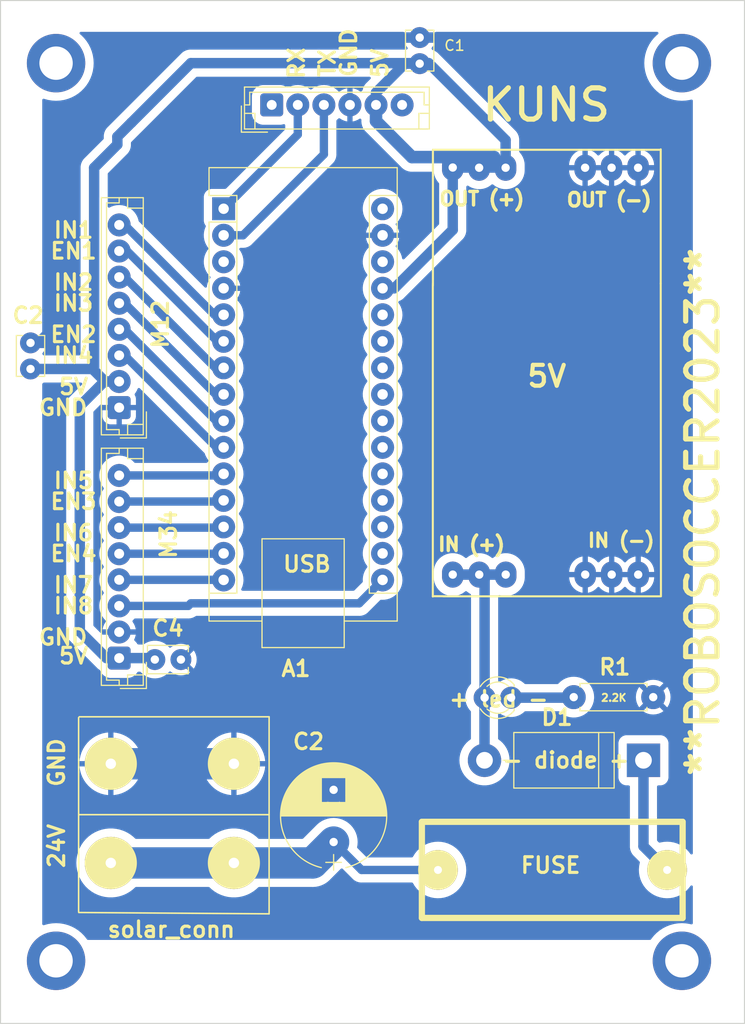
<source format=kicad_pcb>
(kicad_pcb (version 20211014) (generator pcbnew)
  (layers (0 "F.Cu" signal) (31 "B.Cu" signal) (34 "B.Paste" user) (35 "F.Paste" user) (36 "B.SilkS" user "B.Silkscreen") (37 "F.SilkS" user "F.Silkscreen") (38 "B.Mask" user) (39 "F.Mask" user) (44 "Edge.Cuts" user))
  (net 0 "")
  (net 1 "/RX")
  (net 2 "/TX")
  (net 4 "GND")
  (net 5 "/IN8")
  (net 6 "/EN1")
  (net 7 "/IN1")
  (net 8 "/IN2")
  (net 9 "/EN2")
  (net 10 "/IN3")
  (net 11 "/IN4")
  (net 12 "/EN4")
  (net 13 "/IN7")
  (net 14 "/EN3")
  (net 15 "/IN5")
  (net 16 "/IN6")
  (net 29 "/5V")
  (net 30 "/PWR_LED_K")
  (net 31 "/24V")
  (net 32 "/VIN")
  (net 35 "/Polarity diode A")
  (footprint "MY_LIB:Fuse_Holder" (layer "F.Cu") (at 115.1155 147.7896 180)
    (fp_text reference "F1" hide)
    (fp_text value "Fuse" hide)
    (fp_line (start -12.2809 -5.1054) (end 12.7191 -5.1054) (layer "F.SilkS") (width 0.6))
    (fp_line (start 12.7191 -5.1054) (end 12.7191 4.1046) (layer "F.SilkS") (width 0.6))
    (fp_line (start -12.2809 4.1046) (end -12.2809 -5.1054) (layer "F.SilkS") (width 0.6))
    (fp_line (start 12.7191 4.1046) (end -12.2809 4.1046) (layer "F.SilkS") (width 0.6))
    (pad "1" thru_hole circle locked (at 11.176 -0.508 270) (size 3.81 3.81) (drill 0.762) (layers *.Cu *.Mask "F.SilkS") (net 31 "/24V"))
    (pad "2" thru_hole circle locked (at -10.795 -0.508 270) (size 3.81 3.81) (drill 0.762) (layers *.Cu *.Mask "F.SilkS") (net 35 "/Polarity diode A"))
  )
  (footprint "MountingHole:MountingHole_3.2mm_M3_DIN965_Pad" (layer "F.Cu") (at 127.325 71)
    (fp_text reference "H2" hide)
    (fp_text value "MountingHole" hide)
    (pad "1" thru_hole circle (at 0 0) (size 5.6 5.6) (drill 3.2) (layers *.Cu *.Mask))
  )
  (footprint "MountingHole:MountingHole_3.2mm_M3_DIN965_Pad" (layer "F.Cu") (at 127.325 157)
    (fp_text reference "H1" hide)
    (fp_text value "MountingHole" hide)
    (pad "1" thru_hole circle (at 0 0) (size 5.6 5.6) (drill 3.2) (layers *.Cu *.Mask))
  )
  (footprint "MY_LIB:Resistor_small" (layer "F.Cu") (at 116.955 131.74)
    (fp_text reference "R1" hide)
    (fp_text value "4.7K" hide)
    (fp_line (start 0.6 -0.98) (end 0.6 -1.31) (layer "F.SilkS") (width 0.12))
    (fp_line (start 0.6 -1.31) (end 7.02 -1.31) (layer "F.SilkS") (width 0.12))
    (fp_line (start 7.02 -1.31) (end 7.02 -0.98) (layer "F.SilkS") (width 0.12))
    (fp_line (start 7.02 1.31) (end 7.02 0.98) (layer "F.SilkS") (width 0.12))
    (fp_line (start 0.6 0.98) (end 0.6 1.31) (layer "F.SilkS") (width 0.12))
    (fp_line (start 0.6 1.31) (end 7.02 1.31) (layer "F.SilkS") (width 0.12))
    (pad "1" thru_hole circle locked (at 0 0) (size 2.3 2.3) (drill 0.8) (layers *.Cu *.Mask) (net 30 "/PWR_LED_K"))
    (pad "2" thru_hole circle locked (at 7.62 0) (size 2.3 2.3) (drill 0.8) (layers *.Cu *.Mask) (net 4 "GND"))
  )
  (footprint "MY_LIB:LED_D3.0mm" (layer "F.Cu") (at 110.95 131.79 180)
    (fp_text reference "D1" hide)
    (fp_text value "LED" hide)
    (fp_line (start -0.29 1.08) (end -0.29 1.236) (layer "F.SilkS") (width 0.12))
    (fp_line (start -0.29 -1.236) (end -0.29 -1.08) (layer "F.SilkS") (width 0.12))
    (fp_arc (start 0.229039 -1.08) (mid 1.270117 -1.5) (end 2.31113 -1.079837) (layer "F.SilkS") (width 0.12))
    (fp_arc (start 2.31113 1.079837) (mid 1.270117 1.5) (end 0.229039 1.08) (layer "F.SilkS") (width 0.12))
    (fp_arc (start -0.29 -1.235516) (mid 1.366487 -1.987659) (end 2.942335 -1.078608) (layer "F.SilkS") (width 0.12))
    (fp_arc (start 2.942335 1.078608) (mid 1.366487 1.987659) (end -0.29 1.235516) (layer "F.SilkS") (width 0.12))
    (pad "1" thru_hole circle locked (at 0 0 180) (size 2.1 2.1) (drill 0.8) (layers *.Cu *.Mask) (net 30 "/PWR_LED_K"))
    (pad "2" thru_hole circle locked (at 2.54 0 180) (size 2.1 2.1) (drill 0.8) (layers *.Cu *.Mask) (net 32 "/VIN"))
  )
  (footprint "MY_LIB:Arduino_Nano" (layer "F.Cu") (at 83.39 84.95)
    (fp_text reference "A1" hide)
    (fp_text value "Arduino_Nano" hide)
    (fp_line (start -1.4 39.5) (end 3.68 39.5) (layer "F.SilkS") (width 0.12))
    (fp_line (start 1.27 1.27) (end -1.4 1.27) (layer "F.SilkS") (width 0.12))
    (fp_line (start 1.27 -1.27) (end -1.4 -1.27) (layer "F.SilkS") (width 0.12))
    (fp_line (start 16.64 39.5) (end 16.64 -3.94) (layer "F.SilkS") (width 0.12))
    (fp_line (start 11.56 42.04) (end 3.68 42.04) (layer "F.SilkS") (width 0.12))
    (fp_line (start 1.27 1.27) (end 1.27 -1.27) (layer "F.SilkS") (width 0.12))
    (fp_line (start -1.4 -3.94) (end -1.4 -1.27) (layer "F.SilkS") (width 0.12))
    (fp_line (start 1.27 1.27) (end 1.27 36.83) (layer "F.SilkS") (width 0.12))
    (fp_line (start 11.56 31.62) (end 11.56 42.04) (layer "F.SilkS") (width 0.12))
    (fp_line (start 13.97 36.83) (end 16.64 36.83) (layer "F.SilkS") (width 0.12))
    (fp_line (start 3.68 42.04) (end 3.68 31.62) (layer "F.SilkS") (width 0.12))
    (fp_line (start -1.4 1.27) (end -1.4 39.5) (layer "F.SilkS") (width 0.12))
    (fp_line (start 1.27 36.83) (end -1.4 36.83) (layer "F.SilkS") (width 0.12))
    (fp_line (start 13.97 -1.27) (end 13.97 36.83) (layer "F.SilkS") (width 0.12))
    (fp_line (start 16.64 39.5) (end 11.56 39.5) (layer "F.SilkS") (width 0.12))
    (fp_line (start 16.64 -3.94) (end -1.4 -3.94) (layer "F.SilkS") (width 0.12))
    (fp_line (start 13.97 -1.27) (end 16.64 -1.27) (layer "F.SilkS") (width 0.12))
    (fp_line (start 3.68 31.62) (end 11.56 31.62) (layer "F.SilkS") (width 0.12))
    (pad "1" thru_hole rect (at 0 0) (size 2.2 2.2) (drill 1) (layers *.Cu *.Mask) (net 1 "/RX"))
    (pad "2" thru_hole oval (at 0 2.54) (size 2.2 2.2) (drill 1) (layers *.Cu *.Mask) (net 2 "/TX"))
    (pad "3" thru_hole oval (at 0 5.08) (size 2.2 2.2) (drill 1) (layers *.Cu *.Mask))
    (pad "4" thru_hole oval (at 0 7.62) (size 2.2 2.2) (drill 1) (layers *.Cu *.Mask) (net 4 "GND"))
    (pad "5" thru_hole oval (at 0 10.16) (size 2.2 2.2) (drill 1) (layers *.Cu *.Mask) (net 7 "/IN1"))
    (pad "6" thru_hole oval (at 0 12.7) (size 2.2 2.2) (drill 1) (layers *.Cu *.Mask) (net 6 "/EN1"))
    (pad "7" thru_hole oval (at 0 15.24) (size 2.2 2.2) (drill 1) (layers *.Cu *.Mask) (net 8 "/IN2"))
    (pad "8" thru_hole oval (at 0 17.78) (size 2.2 2.2) (drill 1) (layers *.Cu *.Mask) (net 10 "/IN3"))
    (pad "9" thru_hole oval (at 0 20.32) (size 2.2 2.2) (drill 1) (layers *.Cu *.Mask) (net 9 "/EN2"))
    (pad "10" thru_hole oval (at 0 22.86) (size 2.2 2.2) (drill 1) (layers *.Cu *.Mask) (net 11 "/IN4"))
    (pad "11" thru_hole oval (at 0 25.4) (size 2.2 2.2) (drill 1) (layers *.Cu *.Mask) (net 15 "/IN5"))
    (pad "12" thru_hole oval (at 0 27.94) (size 2.2 2.2) (drill 1) (layers *.Cu *.Mask) (net 14 "/EN3"))
    (pad "13" thru_hole oval (at 0 30.48) (size 2.2 2.2) (drill 1) (layers *.Cu *.Mask) (net 16 "/IN6"))
    (pad "14" thru_hole oval (at 0 33.02) (size 2.2 2.2) (drill 1) (layers *.Cu *.Mask) (net 12 "/EN4"))
    (pad "15" thru_hole oval (at 0 35.56) (size 2.2 2.2) (drill 1) (layers *.Cu *.Mask) (net 13 "/IN7"))
    (pad "16" thru_hole oval (at 15.24 35.56) (size 2.2 2.2) (drill 1) (layers *.Cu *.Mask) (net 5 "/IN8"))
    (pad "17" thru_hole oval (at 15.24 33.02) (size 2.2 2.2) (drill 1) (layers *.Cu *.Mask))
    (pad "18" thru_hole oval (at 15.24 30.48) (size 2.2 2.2) (drill 1) (layers *.Cu *.Mask))
    (pad "19" thru_hole oval (at 15.24 27.94) (size 2.2 2.2) (drill 1) (layers *.Cu *.Mask))
    (pad "20" thru_hole oval (at 15.24 25.4) (size 2.2 2.2) (drill 1) (layers *.Cu *.Mask))
    (pad "21" thru_hole oval (at 15.24 22.86) (size 2.2 2.2) (drill 1) (layers *.Cu *.Mask))
    (pad "22" thru_hole oval (at 15.24 20.32) (size 2.2 2.2) (drill 1) (layers *.Cu *.Mask))
    (pad "23" thru_hole oval (at 15.24 17.78) (size 2.2 2.2) (drill 1) (layers *.Cu *.Mask))
    (pad "24" thru_hole oval (at 15.24 15.24) (size 2.2 2.2) (drill 1) (layers *.Cu *.Mask))
    (pad "25" thru_hole oval (at 15.24 12.7) (size 2.2 2.2) (drill 1) (layers *.Cu *.Mask))
    (pad "26" thru_hole oval (at 15.24 10.16) (size 2.2 2.2) (drill 1) (layers *.Cu *.Mask))
    (pad "27" thru_hole oval (at 15.24 7.62) (size 2.2 2.2) (drill 1) (layers *.Cu *.Mask) (net 29 "/5V"))
    (pad "28" thru_hole oval (at 15.24 5.08) (size 2.2 2.2) (drill 1) (layers *.Cu *.Mask))
    (pad "29" thru_hole oval (at 15.24 2.54) (size 2.2 2.2) (drill 1) (layers *.Cu *.Mask) (net 4 "GND"))
    (pad "30" thru_hole oval (at 15.24 0) (size 2.2 2.2) (drill 1) (layers *.Cu *.Mask))
  )
  (footprint "MY_LIB:Capacitor_Disc_Small" (layer "F.Cu") (at 102.185 71.05 90)
    (fp_text reference "C1" (at 1.74 3.34 180) (layer "F.SilkS"))
    (fp_text value "104pF")
    (fp_line (start -0.71 -1.36) (end 3.21 -1.36) (layer "F.SilkS") (width 0.12))
    (fp_line (start 3.21 -1.36) (end 3.21 -0.75) (layer "F.SilkS") (width 0.12))
    (fp_line (start 3.21 0.75) (end 3.21 1.36) (layer "F.SilkS") (width 0.12))
    (fp_line (start -0.71 0.75) (end -0.71 1.36) (layer "F.SilkS") (width 0.12))
    (fp_line (start -0.71 1.36) (end 3.21 1.36) (layer "F.SilkS") (width 0.12))
    (fp_line (start -0.71 -1.36) (end -0.71 -0.75) (layer "F.SilkS") (width 0.12))
    (pad "1" thru_hole circle locked (at 0 0 90) (size 2 2) (drill 0.8) (layers *.Cu *.Mask) (net 29 "/5V"))
    (pad "2" thru_hole circle locked (at 2.5 0 90) (size 2 2) (drill 0.8) (layers *.Cu *.Mask) (net 4 "GND"))
  )
  (footprint "MY_LIB:Solar_Connector" (layer "F.Cu") (at 78 143 90)
    (fp_text reference "J3" hide)
    (fp_text value "solar conn" hide)
    (fp_line (start 0 9.75) (end 0 -8.5) (layer "F.SilkS") (width 0.15))
    (fp_line (start -9.2964 -8.513) (end 9.3 -8.513) (layer "F.SilkS") (width 0.15))
    (fp_line (start -9.5 9.75) (end 9.3774 9.75) (layer "F.SilkS") (width 0.15))
    (fp_line (start 9.3774 -8.45) (end 9.3774 9.75) (layer "F.SilkS") (width 0.15))
    (fp_line (start -9.3726 -8.5) (end -9.5 9.75) (layer "F.SilkS") (width 0.15))
    (pad "1" thru_hole oval locked (at -4.6226 6.3736 180) (size 5 5) (drill 1) (layers *.Cu *.Mask "F.SilkS") (net 31 "/24V"))
    (pad "1" thru_hole oval locked (at -4.6226 -5.4264 180) (size 5 5) (drill 1) (layers *.Cu *.Mask "F.SilkS") (net 31 "/24V"))
    (pad "2" thru_hole oval locked (at 4.8774 6.3736 180) (size 5 5) (drill 1) (layers *.Cu *.Mask "F.SilkS") (net 4 "GND"))
    (pad "2" thru_hole oval locked (at 4.8774 -5.4264 180) (size 5 5) (drill 1) (layers *.Cu *.Mask "F.SilkS") (net 4 "GND"))
  )
  (footprint "MY_LIB:Buck_Regulator" (layer "F.Cu") (at 105.355 120 90)
    (fp_text reference "U1" hide)
    (fp_text value "Buck" hide)
    (fp_text user "OUT (+)" (at 36 2.8) (layer "F.SilkS") (effects (font (size 1.3 1.3) (thickness 0.325))))
    (fp_text user "IN (+)" (at 2.9 1.8) (layer "F.SilkS") (effects (font (size 1.3 1.3) (thickness 0.325))))
    (fp_text user "IN (-)" (at 3.275 16.15) (layer "F.SilkS") (effects (font (size 1.3 1.3) (thickness 0.3))))
    (fp_text user "OUT (-)" (at 35.9 15) (layer "F.SilkS") (effects (font (size 1.3 1.3) (thickness 0.325))))
    (fp_line (start 40.7 -1.9) (end 40.7 19.9) (layer "F.SilkS") (width 0.2))
    (fp_line (start -2.07 -0.93) (end -2.07 -1.92) (layer "F.SilkS") (width 0.2))
    (fp_line (start -2.08 -0.9) (end -2.08 19.9) (layer "F.SilkS") (width 0.2))
    (fp_line (start 27.7 -1.9) (end 27.9 -1.9) (layer "F.SilkS") (width 0.2))
    (fp_line (start 27.87 19.94) (end 40.74 19.94) (layer "F.SilkS") (width 0.2))
    (fp_line (start -2.08 19.96) (end 27.91 19.94) (layer "F.SilkS") (width 0.2))
    (fp_line (start 27.8 -1.9) (end 40.7 -1.9) (layer "F.SilkS") (width 0.2))
    (fp_line (start -2.1 -1.91) (end 27.74 -1.91) (layer "F.SilkS") (width 0.2))
    (pad "1" thru_hole oval (at 0 0 90) (size 2.5 2.05) (drill 0.8) (layers *.Cu *.Mask) (net 32 "/VIN"))
    (pad "1" thru_hole oval (at 0 5.08 90) (size 2.5 2.05) (drill 0.8) (layers *.Cu *.Mask) (net 32 "/VIN"))
    (pad "1" thru_hole oval (at 0 2.54 90) (size 2.5 2.05) (drill 0.8) (layers *.Cu *.Mask) (net 32 "/VIN"))
    (pad "2" thru_hole oval (at 0 17.78 90) (size 2.5 2.05) (drill 0.8) (layers *.Cu *.Mask) (net 4 "GND"))
    (pad "2" thru_hole oval (at 0 12.7 90) (size 2.5 2.05) (drill 0.8) (layers *.Cu *.Mask) (net 4 "GND"))
    (pad "2" thru_hole oval (at 0 15.24 90) (size 2.5 2.05) (drill 0.8) (layers *.Cu *.Mask) (net 4 "GND"))
    (pad "3" thru_hole oval (at 38.98 5.07 90) (size 2.5 2.05) (drill 0.8) (layers *.Cu *.Mask) (net 29 "/5V"))
    (pad "3" thru_hole oval (at 38.98 2.53 90) (size 2.5 2.05) (drill 0.8) (layers *.Cu *.Mask) (net 29 "/5V"))
    (pad "3" thru_hole oval (at 39 0 90) (size 2.5 2.05) (drill 0.8) (layers *.Cu *.Mask) (net 29 "/5V"))
    (pad "4" thru_hole oval (at 38.98 15.23 90) (size 2.5 2.05) (drill 0.8) (layers *.Cu *.Mask) (net 4 "GND"))
    (pad "4" thru_hole oval (at 38.98 17.77 90) (size 2.5 2.05) (drill 0.8) (layers *.Cu *.Mask) (net 4 "GND"))
    (pad "4" thru_hole oval (at 38.98 12.69 90) (size 2.5 2.05) (drill 0.8) (layers *.Cu *.Mask) (net 4 "GND"))
  )
  (footprint "MY_LIB:Capacitor_Disc_Small" (layer "F.Cu") (at 64.875 100.3 90)
    (fp_text reference "C2" (at 5.13 -0.23 180) (layer "F.SilkS") (effects (font (size 1.5 1.5) (thickness 0.3))))
    (fp_text value "104pF" hide)
    (fp_line (start 3.21 -1.36) (end 3.21 -0.75) (layer "F.SilkS") (width 0.12))
    (fp_line (start -0.71 -1.36) (end -0.71 -0.75) (layer "F.SilkS") (width 0.12))
    (fp_line (start -0.71 0.75) (end -0.71 1.36) (layer "F.SilkS") (width 0.12))
    (fp_line (start 3.21 0.75) (end 3.21 1.36) (layer "F.SilkS") (width 0.12))
    (fp_line (start -0.71 1.36) (end 3.21 1.36) (layer "F.SilkS") (width 0.12))
    (fp_line (start -0.71 -1.36) (end 3.21 -1.36) (layer "F.SilkS") (width 0.12))
    (pad "1" thru_hole circle locked (at 0 0 90) (size 2 2) (drill 0.8) (layers *.Cu *.Mask) (net 29 "/5V"))
    (pad "2" thru_hole circle locked (at 2.5 0 90) (size 2 2) (drill 0.8) (layers *.Cu *.Mask) (net 4 "GND"))
  )
  (footprint "MY_LIB:JST_EH_B8B-EH-A_1x08_P2.50mm_Vertical" (layer "F.Cu") (at 73.375 104 90)
    (fp_text reference "J2" hide)
    (fp_text value "motordriver 1 2" hide)
    (fp_line (start 20.11 0.81) (end 19.11 0.81) (layer "F.SilkS") (width 0.12))
    (fp_line (start 19.11 0.81) (end 19.11 2.31) (layer "F.SilkS") (width 0.12))
    (fp_line (start -2.61 2.31) (end 20.11 2.31) (layer "F.SilkS") (width 0.12))
    (fp_line (start -2.91 0.11) (end -2.91 2.61) (layer "F.SilkS") (width 0.12))
    (fp_line (start -2.61 -1.71) (end -2.61 2.31) (layer "F.SilkS") (width 0.12))
    (fp_line (start 19.61 0) (end 20.11 0) (layer "F.SilkS") (width 0.12))
    (fp_line (start 20.11 -1.71) (end -2.61 -1.71) (layer "F.SilkS") (width 0.12))
    (fp_line (start 19.61 -1.21) (end 19.61 0) (layer "F.SilkS") (width 0.12))
    (fp_line (start -1.61 0.81) (end -1.61 2.31) (layer "F.SilkS") (width 0.12))
    (fp_line (start 20.11 2.31) (end 20.11 -1.71) (layer "F.SilkS") (width 0.12))
    (fp_line (start -2.11 -1.21) (end 19.61 -1.21) (layer "F.SilkS") (width 0.12))
    (fp_line (start -2.61 0) (end -2.11 0) (layer "F.SilkS") (width 0.12))
    (fp_line (start -2.91 2.61) (end -0.41 2.61) (layer "F.SilkS") (width 0.12))
    (fp_line (start -2.11 0) (end -2.11 -1.21) (layer "F.SilkS") (width 0.12))
    (fp_line (start -2.61 0.81) (end -1.61 0.81) (layer "F.SilkS") (width 0.12))
    (pad "1" thru_hole roundrect (at 0 0 90) (size 2.2 2.2) (drill 0.95) (layers *.Cu *.Mask) (roundrect_rratio 0.147059) (net 4 "GND"))
    (pad "2" thru_hole oval (at 2.5 0 90) (size 2.2 2.2) (drill 0.95) (layers *.Cu *.Mask) (net 29 "/5V"))
    (pad "3" thru_hole oval (at 5 0 90) (size 2.2 2.2) (drill 0.95) (layers *.Cu *.Mask) (net 11 "/IN4"))
    (pad "4" thru_hole oval (at 7.5 0 90) (size 2.2 2.2) (drill 0.95) (layers *.Cu *.Mask) (net 9 "/EN2"))
    (pad "5" thru_hole oval (at 10 0 90) (size 2.2 2.2) (drill 0.95) (layers *.Cu *.Mask) (net 10 "/IN3"))
    (pad "6" thru_hole oval (at 12.5 0 90) (size 2.2 2.2) (drill 0.95) (layers *.Cu *.Mask) (net 8 "/IN2"))
    (pad "7" thru_hole oval (at 15 0 90) (size 2.2 2.2) (drill 0.95) (layers *.Cu *.Mask) (net 6 "/EN1"))
    (pad "8" thru_hole oval (at 17.5 0 90) (size 2.2 2.2) (drill 0.95) (layers *.Cu *.Mask) (net 7 "/IN1"))
  )
  (footprint "MY_LIB:Capacitor_Disc_Small" (layer "F.Cu") (at 76.795 128.14)
    (fp_text reference "C4" (at 1.25 -3) (layer "F.SilkS") (effects (font (size 1.5 1.5) (thickness 0.3))))
    (fp_text value "104pF" hide)
    (fp_line (start -0.71 0.75) (end -0.71 1.36) (layer "F.SilkS") (width 0.12))
    (fp_line (start -0.71 -1.36) (end 3.21 -1.36) (layer "F.SilkS") (width 0.12))
    (fp_line (start 3.21 -1.36) (end 3.21 -0.75) (layer "F.SilkS") (width 0.12))
    (fp_line (start -0.71 -1.36) (end -0.71 -0.75) (layer "F.SilkS") (width 0.12))
    (fp_line (start 3.21 0.75) (end 3.21 1.36) (layer "F.SilkS") (width 0.12))
    (fp_line (start -0.71 1.36) (end 3.21 1.36) (layer "F.SilkS") (width 0.12))
    (pad "1" thru_hole circle locked (at 0 0) (size 2 2) (drill 0.8) (layers *.Cu *.Mask) (net 29 "/5V"))
    (pad "2" thru_hole circle locked (at 2.5 0) (size 2 2) (drill 0.8) (layers *.Cu *.Mask) (net 4 "GND"))
  )
  (footprint "MY_LIB:Diode_Medium" (layer "F.Cu") (at 123.64 137.79 180)
    (fp_text reference "D2" hide)
    (fp_text value "DIODE" hide)
    (fp_line (start 2.81 2.66) (end 12.43 2.66) (layer "F.SilkS") (width 0.12))
    (fp_line (start 12.43 -2.66) (end 2.81 -2.66) (layer "F.SilkS") (width 0.12))
    (fp_line (start 2.81 -2.66) (end 2.81 2.66) (layer "F.SilkS") (width 0.12))
    (fp_line (start 4.295 -2.66) (end 4.295 2.66) (layer "F.SilkS") (width 0.12))
    (fp_line (start 13.46 0) (end 12.43 0) (layer "F.SilkS") (width 0.12))
    (fp_line (start 12.43 2.66) (end 12.43 -2.66) (layer "F.SilkS") (width 0.12))
    (fp_line (start 1.78 0) (end 2.81 0) (layer "F.SilkS") (width 0.12))
    (pad "1" thru_hole rect locked (at 0 0 180) (size 3.2 3.2) (drill 1.6) (layers *.Cu *.Mask) (net 35 "/Polarity diode A"))
    (pad "2" thru_hole oval locked (at 15.24 0 180) (size 3.2 3.2) (drill 1.6) (layers *.Cu *.Mask) (net 32 "/VIN"))
  )
  (footprint "MY_LIB:JST_EH_B6B-EH-A_1x06_P2.50mm_Vertical" (layer "F.Cu") (at 88 75)
    (fp_text reference "J1" hide)
    (fp_text value "HC-05" hide)
    (fp_line (start -2.61 2.31) (end 15.11 2.31) (layer "F.SilkS") (width 0.12))
    (fp_line (start -2.61 0) (end -2.11 0) (layer "F.SilkS") (width 0.12))
    (fp_line (start 15.11 2.31) (end 15.11 -1.71) (layer "F.SilkS") (width 0.12))
    (fp_line (start 15.11 0.81) (end 14.11 0.81) (layer "F.SilkS") (width 0.12))
    (fp_line (start -2.91 0.11) (end -2.91 2.61) (layer "F.SilkS") (width 0.12))
    (fp_line (start 14.61 0) (end 15.11 0) (layer "F.SilkS") (width 0.12))
    (fp_line (start -2.11 0) (end -2.11 -1.21) (layer "F.SilkS") (width 0.12))
    (fp_line (start -2.61 0.81) (end -1.61 0.81) (layer "F.SilkS") (width 0.12))
    (fp_line (start -2.91 2.61) (end -0.41 2.61) (layer "F.SilkS") (width 0.12))
    (fp_line (start -2.11 -1.21) (end 14.61 -1.21) (layer "F.SilkS") (width 0.12))
    (fp_line (start 15.11 -1.71) (end -2.61 -1.71) (layer "F.SilkS") (width 0.12))
    (fp_line (start 14.61 -1.21) (end 14.61 0) (layer "F.SilkS") (width 0.12))
    (fp_line (start -2.61 -1.71) (end -2.61 2.31) (layer "F.SilkS") (width 0.12))
    (fp_line (start 14.11 0.81) (end 14.11 2.31) (layer "F.SilkS") (width 0.12))
    (fp_line (start -1.61 0.81) (end -1.61 2.31) (layer "F.SilkS") (width 0.12))
    (pad "1" thru_hole roundrect (at 0 0) (size 2.2 2.2) (drill 0.95) (layers *.Cu *.Mask) (roundrect_rratio 0.147059))
    (pad "2" thru_hole oval (at 2.5 0) (size 2.2 2.2) (drill 0.95) (layers *.Cu *.Mask) (net 1 "/RX"))
    (pad "3" thru_hole oval (at 5 0) (size 2.2 2.2) (drill 0.95) (layers *.Cu *.Mask) (net 2 "/TX"))
    (pad "4" thru_hole oval (at 7.5 0) (size 2.2 2.2) (drill 0.95) (layers *.Cu *.Mask) (net 4 "GND"))
    (pad "5" thru_hole oval (at 10 0) (size 2.2 2.2) (drill 0.95) (layers *.Cu *.Mask) (net 29 "/5V"))
    (pad "6" thru_hole oval (at 12.5 0) (size 2.2 2.2) (drill 0.95) (layers *.Cu *.Mask))
  )
  (footprint "MY_LIB:JST_EH_B8B-EH-A_1x08_P2.50mm_Vertical" (layer "F.Cu") (at 73.375 128 90)
    (fp_text reference "J6" hide)
    (fp_text value "motordriver 3 4" hide)
    (fp_line (start -1.61 0.81) (end -1.61 2.31) (layer "F.SilkS") (width 0.12))
    (fp_line (start 19.11 0.81) (end 19.11 2.31) (layer "F.SilkS") (width 0.12))
    (fp_line (start -2.61 0) (end -2.11 0) (layer "F.SilkS") (width 0.12))
    (fp_line (start -2.61 -1.71) (end -2.61 2.31) (layer "F.SilkS") (width 0.12))
    (fp_line (start -2.61 0.81) (end -1.61 0.81) (layer "F.SilkS") (width 0.12))
    (fp_line (start -2.61 2.31) (end 20.11 2.31) (layer "F.SilkS") (width 0.12))
    (fp_line (start 20.11 -1.71) (end -2.61 -1.71) (layer "F.SilkS") (width 0.12))
    (fp_line (start 20.11 2.31) (end 20.11 -1.71) (layer "F.SilkS") (width 0.12))
    (fp_line (start 20.11 0.81) (end 19.11 0.81) (layer "F.SilkS") (width 0.12))
    (fp_line (start -2.91 2.61) (end -0.41 2.61) (layer "F.SilkS") (width 0.12))
    (fp_line (start -2.91 0.11) (end -2.91 2.61) (layer "F.SilkS") (width 0.12))
    (fp_line (start -2.11 0) (end -2.11 -1.21) (layer "F.SilkS") (width 0.12))
    (fp_line (start -2.11 -1.21) (end 19.61 -1.21) (layer "F.SilkS") (width 0.12))
    (fp_line (start 19.61 -1.21) (end 19.61 0) (layer "F.SilkS") (width 0.12))
    (fp_line (start 19.61 0) (end 20.11 0) (layer "F.SilkS") (width 0.12))
    (pad "1" thru_hole roundrect (at 0 0 90) (size 2.2 2.2) (drill 0.95) (layers *.Cu *.Mask) (roundrect_rratio 0.147059) (net 29 "/5V"))
    (pad "2" thru_hole oval (at 2.5 0 90) (size 2.2 2.2) (drill 0.95) (layers *.Cu *.Mask) (net 4 "GND"))
    (pad "3" thru_hole oval (at 5 0 90) (size 2.2 2.2) (drill 0.95) (layers *.Cu *.Mask) (net 5 "/IN8"))
    (pad "4" thru_hole oval (at 7.5 0 90) (size 2.2 2.2) (drill 0.95) (layers *.Cu *.Mask) (net 13 "/IN7"))
    (pad "5" thru_hole oval (at 10 0 90) (size 2.2 2.2) (drill 0.95) (layers *.Cu *.Mask) (net 12 "/EN4"))
    (pad "6" thru_hole oval (at 12.5 0 90) (size 2.2 2.2) (drill 0.95) (layers *.Cu *.Mask) (net 16 "/IN6"))
    (pad "7" thru_hole oval (at 15 0 90) (size 2.2 2.2) (drill 0.95) (layers *.Cu *.Mask) (net 14 "/EN3"))
    (pad "8" thru_hole oval (at 17.5 0 90) (size 2.2 2.2) (drill 0.95) (layers *.Cu *.Mask) (net 15 "/IN5"))
  )
  (footprint "MY_LIB:Capacitor_1000uF" (layer "F.Cu") (at 93.935 145.62 90)
    (fp_text reference "C3" hide)
    (fp_text value "1000uf" hide)
    (fp_line (start 5.141 1.181) (end 5.141 4.312) (layer "F.SilkS") (width 0.12))
    (fp_line (start 4.821 -4.491) (end 4.821 -1.181) (layer "F.SilkS") (width 0.12))
    (fp_line (start 2.98 -5.028) (end 2.98 5.028) (layer "F.SilkS") (width 0.12))
    (fp_line (start 4.581 1.181) (end 4.581 4.606) (layer "F.SilkS") (width 0.12))
    (fp_line (start 3.781 -4.887) (end 3.781 4.887) (layer "F.SilkS") (width 0.12))
    (fp_line (start 5.741 -3.886) (end 5.741 -1.181) (layer "F.SilkS") (width 0.12))
    (fp_line (start 6.021 -3.637) (end 6.021 -1.181) (layer "F.SilkS") (width 0.12))
    (fp_line (start 3.02 -5.024) (end 3.02 5.024) (layer "F.SilkS") (width 0.12))
    (fp_line (start 2.94 -5.031) (end 2.94 5.031) (layer "F.SilkS") (width 0.12))
    (fp_line (start 5.101 1.181) (end 5.101 4.336) (layer "F.SilkS") (width 0.12))
    (fp_line (start 2.58 -5.05) (end 2.58 5.05) (layer "F.SilkS") (width 0.12))
    (fp_line (start 3.1 -5.015) (end 3.1 5.015) (layer "F.SilkS") (width 0.12))
    (fp_line (start 5.341 -4.185) (end 5.341 -1.181) (layer "F.SilkS") (width 0.12))
    (fp_line (start 7.101 -2.14) (end 7.101 2.14) (layer "F.SilkS") (width 0.12))
    (fp_line (start 7.061 -2.222) (end 7.061 2.222) (layer "F.SilkS") (width 0.12))
    (fp_line (start 4.581 -4.606) (end 4.581 -1.181) (layer "F.SilkS") (width 0.12))
    (fp_line (start 6.901 -2.519) (end 6.901 2.519) (layer "F.SilkS") (width 0.12))
    (fp_line (start 6.621 -2.949) (end 6.621 2.949) (layer "F.SilkS") (width 0.12))
    (fp_line (start 3.981 1.181) (end 3.981 4.831) (layer "F.SilkS") (width 0.12))
    (fp_line (start 5.941 -3.712) (end 5.941 -1.181) (layer "F.SilkS") (width 0.12))
    (fp_line (start 5.701 -3.919) (end 5.701 -1.181) (layer "F.SilkS") (width 0.12))
    (fp_line (start 5.061 1.181) (end 5.061 4.36) (layer "F.SilkS") (width 0.12))
    (fp_line (start 6.981 -2.377) (end 6.981 2.377) (layer "F.SilkS") (width 0.12))
    (fp_line (start 5.741 1.181) (end 5.741 3.886) (layer "F.SilkS") (width 0.12))
    (fp_line (start 2.62 -5.049) (end 2.62 5.049) (layer "F.SilkS") (width 0.12))
    (fp_line (start 5.501 1.181) (end 5.501 4.072) (layer "F.SilkS") (width 0.12))
    (fp_line (start 5.901 -3.748) (end 5.901 -1.181) (layer "F.SilkS") (width 0.12))
    (fp_line (start 4.981 1.181) (end 4.981 4.405) (layer "F.SilkS") (width 0.12))
    (fp_line (start 4.781 1.181) (end 4.781 4.511) (layer "F.SilkS") (width 0.12))
    (fp_line (start 6.221 -3.435) (end 6.221 3.435) (layer "F.SilkS") (width 0.12))
    (fp_line (start 2.74 -5.045) (end 2.74 5.045) (layer "F.SilkS") (width 0.12))
    (fp_line (start 7.581 -0.279) (end 7.581 0.279) (layer "F.SilkS") (width 0.12))
    (fp_line (start 5.981 1.181) (end 5.981 3.675) (layer "F.SilkS") (width 0.12))
    (fp_line (start 6.141 -3.518) (end 6.141 -1.181) (layer "F.SilkS") (width 0.12))
    (fp_line (start 4.301 -4.722) (end 4.301 -1.181) (layer "F.SilkS") (width 0.12))
    (fp_line (start 3.461 -4.959) (end 3.461 4.959) (layer "F.SilkS") (width 0.12))
    (fp_line (start 5.101 -4.336) (end 5.101 -1.181) (layer "F.SilkS") (width 0.12))
    (fp_line (start 6.861 -2.587) (end 6.861 2.587) (layer "F.SilkS") (width 0.12))
    (fp_line (start 3.901 1.181) (end 3.901 4.854) (layer "F.SilkS") (width 0.12))
    (fp_line (start 4.941 1.181) (end 4.941 4.428) (layer "F.SilkS") (width 0.12))
    (fp_line (start 4.141 1.181) (end 4.141 4.779) (layer "F.SilkS") (width 0.12))
    (fp_line (start 4.821 1.181) (end 4.821 4.491) (layer "F.SilkS") (width 0.12))
    (fp_line (start 7.381 -1.407) (end 7.381 1.407) (layer "F.SilkS") (width 0.12))
    (fp_line (start 4.341 -4.706) (end 4.341 -1.181) (layer "F.SilkS") (width 0.12))
    (fp_line (start 6.941 -2.449) (end 6.941 2.449) (layer "F.SilkS") (width 0.12))
    (fp_line (start 4.101 -4.792) (end 4.101 -1.181) (layer "F.SilkS") (width 0.12))
    (fp_line (start 3.941 -4.843) (end 3.941 -1.181) (layer "F.SilkS") (width 0.12))
    (fp_line (start 5.341 1.181) (end 5.341 4.185) (layer "F.SilkS") (width 0.12))
    (fp_line (start 6.741 -2.777) (end 6.741 2.777) (layer "F.SilkS") (width 0.12))
    (fp_line (start 4.621 -4.588) (end 4.621 -1.181) (layer "F.SilkS") (width 0.12))
    (fp_line (start 6.061 -3.598) (end 6.061 -1.181) (layer "F.SilkS") (width 0.12))
    (fp_line (start 4.341 1.181) (end 4.341 4.706) (layer "F.SilkS") (width 0.12))
    (fp_line (start 5.861 -3.784) (end 5.861 -1.181) (layer "F.SilkS") (width 0.12))
    (fp_line (start 5.021 1.181) (end 5.021 4.383) (layer "F.SilkS") (width 0.12))
    (fp_line (start 5.501 -4.072) (end 5.501 -1.181) (layer "F.SilkS") (width 0.12))
    (fp_line (start 6.101 1.181) (end 6.101 3.559) (layer "F.SilkS") (width 0.12))
    (fp_line (start 4.541 1.181) (end 4.541 4.624) (layer "F.SilkS") (width 0.12))
    (fp_line (start 4.421 1.181) (end 4.421 4.674) (layer "F.SilkS") (width 0.12))
    (fp_line (start 5.941 1.181) (end 5.941 3.712) (layer "F.SilkS") (width 0.12))
    (fp_line (start 2.7 -5.047) (end 2.7 5.047) (layer "F.SilkS") (width 0.12))
    (fp_line (start 6.141 1.181) (end 6.141 3.518) (layer "F.SilkS") (width 0.12))
    (fp_line (start 5.221 1.181) (end 5.221 4.263) (layer "F.SilkS") (width 0.12))
    (fp_line (start 7.181 -1.962) (end 7.181 1.962) (layer "F.SilkS") (width 0.12))
    (fp_line (start 4.061 -4.806) (end 4.061 -1.181) (layer "F.SilkS") (width 0.12))
    (fp_line (start 3.341 -4.981) (end 3.341 4.981) (layer "F.SilkS") (width 0.12))
    (fp_line (start 7.261 -1.763) (end 7.261 1.763) (layer "F.SilkS") (width 0.12))
    (fp_line (start 5.181 1.181) (end 5.181 4.288) (layer "F.SilkS") (width 0.12))
    (fp_line (start 5.621 -3.982) (end 5.621 -1.181) (layer "F.SilkS") (width 0.12))
    (fp_line (start 7.021 -2.301) (end 7.021 2.301) (layer "F.SilkS") (width 0.12))
    (fp_line (start 4.461 1.181) (end 4.461 4.658) (layer "F.SilkS") (width 0.12))
    (fp_line (start 5.821 -3.819) (end 5.821 -1.181) (layer "F.SilkS") (width 0.12))
    (fp_line (start 6.181 -3.477) (end 6.181 3.477) (layer "F.SilkS") (width 0.12))
    (fp_line (start 3.221 -4.999) (end 3.221 4.999) (layer "F.SilkS") (width 0.12))
    (fp_line (start 4.261 1.181) (end 4.261 4.737) (layer "F.SilkS") (width 0.12))
    (fp_line (start 3.581 -4.935) (end 3.581 4.935) (layer "F.SilkS") (width 0.12))
    (fp_line (start 4.021 1.181) (end 4.021 4.818) (layer "F.SilkS") (width 0.12))
    (fp_line (start 5.021 -4.383) (end 5.021 -1.181) (layer "F.SilkS") (width 0.12))
    (fp_line (start 5.581 -4.013) (end 5.581 -1.181) (layer "F.SilkS") (width 0.12))
    (fp_line (start 3.661 -4.917) (end 3.661 4.917) (layer "F.SilkS") (width 0.12))
    (fp_line (start 4.101 1.181) (end 4.101 4.792) (layer "F.SilkS") (width 0.12))
    (fp_line (start -1.95 -0.75) (end -1.95 0.75) (layer "F.SilkS") (width 0.12))
    (fp_line (start 5.901 1.181) (end 5.901 3.748) (layer "F.SilkS") (width 0.12))
    (fp_line (start 5.981 -3.675) (end 5.981 -1.181) (layer "F.SilkS") (width 0.12))
    (fp_line (start 6.581 -3.004) (end 6.581 3.004) (layer "F.SilkS") (width 0.12))
    (fp_line (start 2.5 -5.05) (end 2.5 5.05) (layer "F.SilkS") (width 0.12))
    (fp_line (start 6.501 -3.108) (end 6.501 3.108) (layer "F.SilkS") (width 0.12))
    (fp_line (start 5.061 -4.36) (end 5.061 -1.181) (layer "F.SilkS") (width 0.12))
    (fp_line (start 4.221 1.181) (end 4.221 4.751) (layer "F.SilkS") (width 0.12))
    (fp_line (start 7.501 -0.913) (end 7.501 0.913) (layer "F.SilkS") (width 0.12))
    (fp_line (start 4.181 -4.765) (end 4.181 -1.181) (layer "F.SilkS") (width 0.12))
    (fp_line (start 5.261 1.181) (end 5.261 4.237) (layer "F.SilkS") (width 0.12))
    (fp_line (start 5.781 1.181) (end 5.781 3.853) (layer "F.SilkS") (width 0.12))
    (fp_line (start 5.701 1.181) (end 5.701 3.919) (layer "F.SilkS") (width 0.12))
    (fp_line (start 7.421 -1.265) (end 7.421 1.265) (layer "F.SilkS") (width 0.12))
    (fp_line (start 5.861 1.181) (end 5.861 3.784) (layer "F.SilkS") (width 0.12))
    (fp_line (start 5.541 -4.043) (end 5.541 -1.181) (layer "F.SilkS") (width 0.12))
    (fp_line (start 6.701 -2.836) (end 6.701 2.836) (layer "F.SilkS") (width 0.12))
    (fp_line (start 5.181 -4.288) (end 5.181 -1.181) (layer "F.SilkS") (width 0.12))
    (fp_line (start 4.901 1.181) (end 4.901 4.449) (layer "F.SilkS") (width 0.12))
    (fp_line (start 6.821 -2.652) (end 6.821 2.652) (layer "F.SilkS") (width 0.12))
    (fp_line (start 2.66 -5.048) (end 2.66 5.048) (layer "F.SilkS") (width 0.12))
    (fp_line (start 5.541 1.181) (end 5.541 4.043) (layer "F.SilkS") (width 0.12))
    (fp_line (start 4.781 -4.511) (end 4.781 -1.181) (layer "F.SilkS") (width 0.12))
    (fp_line (start 5.301 -4.211) (end 5.301 -1.181) (layer "F.SilkS") (width 0.12))
    (fp_line (start 4.421 -4.674) (end 4.421 -1.181) (layer "F.SilkS") (width 0.12))
    (fp_line (start 7.301 -1.654) (end 7.301 1.654) (layer "F.SilkS") (width 0.12))
    (fp_line (start 5.421 1.181) (end 5.421 4.13) (layer "F.SilkS") (width 0.12))
    (fp_line (start 5.381 1.181) (end 5.381 4.157) (layer "F.SilkS") (width 0.12))
    (fp_line (start 4.261 -4.737) (end 4.261 -1.181) (layer "F.SilkS") (width 0.12))
    (fp_line (start 2.9 -5.035) (end 2.9 5.035) (layer "F.SilkS") (width 0.12))
    (fp_line (start 5.141 -4.312) (end 5.141 -1.181) (layer "F.SilkS") (width 0.12))
    (fp_line (start 5.581 1.181) (end 5.581 4.013) (layer "F.SilkS") (width 0.12))
    (fp_line (start 6.061 1.181) (end 6.061 3.598) (layer "F.SilkS") (width 0.12))
    (fp_line (start 3.861 1.181) (end 3.861 4.865) (layer "F.SilkS") (width 0.12))
    (fp_line (start 3.18 -5.005) (end 3.18 5.005) (layer "F.SilkS") (width 0.12))
    (fp_line (start 4.901 -4.449) (end 4.901 -1.181) (layer "F.SilkS") (width 0.12))
    (fp_line (start 4.701 1.181) (end 4.701 4.55) (layer "F.SilkS") (width 0.12))
    (fp_line (start 6.381 -3.255) (end 6.381 3.255) (layer "F.SilkS") (width 0.12))
    (fp_line (start 5.661 -3.951) (end 5.661 -1.181) (layer "F.SilkS") (width 0.12))
    (fp_line (start 4.861 1.181) (end 4.861 4.47) (layer "F.SilkS") (width 0.12))
    (fp_line (start 7.141 -2.053) (end 7.141 2.053) (layer "F.SilkS") (width 0.12))
    (fp_line (start 4.741 -4.531) (end 4.741 -1.181) (layer "F.SilkS") (width 0.12))
    (fp_line (start 6.021 1.181) (end 6.021 3.637) (layer "F.SilkS") (width 0.12))
    (fp_line (start 4.861 -4.47) (end 4.861 -1.181) (layer "F.SilkS") (width 0.12))
    (fp_line (start 2.54 -5.05) (end 2.54 5.05) (layer "F.SilkS") (width 0.12))
    (fp_line (start 6.781 -2.715) (end 6.781 2.715) (layer "F.SilkS") (width 0.12))
    (fp_line (start 3.381 -4.974) (end 3.381 4.974) (layer "F.SilkS") (width 0.12))
    (fp_line (start 3.06 -5.02) (end 3.06 5.02) (layer "F.SilkS") (width 0.12))
    (fp_line (start 5.381 -4.157) (end 5.381 -1.181) (layer "F.SilkS") (width 0.12))
    (fp_line (start 5.261 -4.237) (end 5.261 -1.181) (layer "F.SilkS") (width 0.12))
    (fp_line (start 4.021 -4.818) (end 4.021 -1.181) (layer "F.SilkS") (width 0.12))
    (fp_line (start 4.981 -4.405) (end 4.981 -1.181) (layer "F.SilkS") (width 0.12))
    (fp_line (start 3.741 -4.897) (end 3.741 4.897) (layer "F.SilkS") (width 0.12))
    (fp_line (start 6.421 -3.207) (end 6.421 3.207) (layer "F.SilkS") (width 0.12))
    (fp_line (start 3.861 -4.865) (end 3.861 -1.181) (layer "F.SilkS") (width 0.12))
    (fp_line (start 4.061 1.181) (end 4.061 4.806) (layer "F.SilkS") (width 0.12))
    (fp_line (start 4.501 1.181) (end 4.501 4.641) (layer "F.SilkS") (width 0.12))
    (fp_line (start 4.541 -4.624) (end 4.541 -1.181) (layer "F.SilkS") (width 0.12))
    (fp_line (start 3.901 -4.854) (end 3.901 -1.181) (layer "F.SilkS") (width 0.12))
    (fp_line (start 4.501 -4.641) (end 4.501 -1.181) (layer "F.SilkS") (width 0.12))
    (fp_line (start 4.141 -4.779) (end 4.141 -1.181) (layer "F.SilkS") (width 0.12))
    (fp_line (start 3.621 -4.926) (end 3.621 4.926) (layer "F.SilkS") (width 0.12))
    (fp_line (start 4.381 1.181) (end 4.381 4.691) (layer "F.SilkS") (width 0.12))
    (fp_line (start 6.661 -2.894) (end 6.661 2.894) (layer "F.SilkS") (width 0.12))
    (fp_line (start 3.301 -4.987) (end 3.301 4.987) (layer "F.SilkS") (width 0.12))
    (fp_line (start 4.181 1.181) (end 4.181 4.765) (layer "F.SilkS") (width 0.12))
    (fp_line (start 4.461 -4.658) (end 4.461 -1.181) (layer "F.SilkS") (width 0.12))
    (fp_line (start 4.661 1.181) (end 4.661 4.569) (layer "F.SilkS") (width 0.12))
    (fp_line (start 2.86 -5.038) (end 2.86 5.038) (layer "F.SilkS") (width 0.12))
    (fp_line (start 3.14 -5.01) (end 3.14 5.01) (layer "F.SilkS") (width 0.12))
    (fp_line (start 2.82 -5.04) (end 2.82 5.04) (layer "F.SilkS") (width 0.12))
    (fp_line (start 5.621 1.181) (end 5.621 3.982) (layer "F.SilkS") (width 0.12))
    (fp_line (start 3.981 -4.831) (end 3.981 -1.181) (layer "F.SilkS") (width 0.12))
    (fp_line (start 3.421 -4.967) (end 3.421 4.967) (layer "F.SilkS") (width 0.12))
    (fp_line (start 5.821 1.181) (end 5.821 3.819) (layer "F.SilkS") (width 0.12))
    (fp_line (start 2.78 -5.043) (end 2.78 5.043) (layer "F.SilkS") (width 0.12))
    (fp_line (start 7.541 -0.672) (end 7.541 0.672) (layer "F.SilkS") (width 0.12))
    (fp_line (start -2.7 0) (end -1.2 0) (layer "F.SilkS") (width 0.12))
    (fp_line (start 3.701 -4.907) (end 3.701 4.907) (layer "F.SilkS") (width 0.12))
    (fp_line (start 4.301 1.181) (end 4.301 4.722) (layer "F.SilkS") (width 0.12))
    (fp_line (start 4.661 -4.569) (end 4.661 -1.181) (layer "F.SilkS") (width 0.12))
    (fp_line (start 3.541 -4.943) (end 3.541 4.943) (layer "F.SilkS") (width 0.12))
    (fp_line (start 4.381 -4.691) (end 4.381 -1.181) (layer "F.SilkS") (width 0.12))
    (fp_line (start 3.821 1.181) (end 3.821 4.876) (layer "F.SilkS") (width 0.12))
    (fp_line (start 6.541 -3.057) (end 6.541 3.057) (layer "F.SilkS") (width 0.12))
    (fp_line (start 6.101 -3.559) (end 6.101 -1.181) (layer "F.SilkS") (width 0.12))
    (fp_line (start 4.621 1.181) (end 4.621 4.588) (layer "F.SilkS") (width 0.12))
    (fp_line (start 3.821 -4.876) (end 3.821 -1.181) (layer "F.SilkS") (width 0.12))
    (fp_line (start 5.461 -4.101) (end 5.461 -1.181) (layer "F.SilkS") (width 0.12))
    (fp_line (start 7.221 -1.866) (end 7.221 1.866) (layer "F.SilkS") (width 0.12))
    (fp_line (start 3.941 1.181) (end 3.941 4.843) (layer "F.SilkS") (width 0.12))
    (fp_line (start 6.341 -3.302) (end 6.341 3.302) (layer "F.SilkS") (width 0.12))
    (fp_line (start 5.781 -3.853) (end 5.781 -1.181) (layer "F.SilkS") (width 0.12))
    (fp_line (start 6.301 -3.347) (end 6.301 3.347) (layer "F.SilkS") (width 0.12))
    (fp_line (start 4.221 -4.751) (end 4.221 -1.181) (layer "F.SilkS") (width 0.12))
    (fp_line (start 6.461 -3.158) (end 6.461 3.158) (layer "F.SilkS") (width 0.12))
    (fp_line (start 4.701 -4.55) (end 4.701 -1.181) (layer "F.SilkS") (width 0.12))
    (fp_line (start 5.221 -4.263) (end 5.221 -1.181) (layer "F.SilkS") (width 0.12))
    (fp_line (start 5.661 1.181) (end 5.661 3.951) (layer "F.SilkS") (width 0.12))
    (fp_line (start 3.261 -4.993) (end 3.261 4.993) (layer "F.SilkS") (width 0.12))
    (fp_line (start 5.301 1.181) (end 5.301 4.211) (layer "F.SilkS") (width 0.12))
    (fp_line (start 5.421 -4.13) (end 5.421 -1.181) (layer "F.SilkS") (width 0.12))
    (fp_line (start 4.941 -4.428) (end 4.941 -1.181) (layer "F.SilkS") (width 0.12))
    (fp_line (start 6.261 -3.391) (end 6.261 3.391) (layer "F.SilkS") (width 0.12))
    (fp_line (start 7.341 -1.536) (end 7.341 1.536) (layer "F.SilkS") (width 0.12))
    (fp_line (start 7.461 -1.104) (end 7.461 1.104) (layer "F.SilkS") (width 0.12))
    (fp_line (start 4.741 1.181) (end 4.741 4.531) (layer "F.SilkS") (width 0.12))
    (fp_line (start 3.501 -4.951) (end 3.501 4.951) (layer "F.SilkS") (width 0.12))
    (fp_line (start 5.461 1.181) (end 5.461 4.101) (layer "F.SilkS") (width 0.12))
    (fp_arc (start 7.451333 -1.18) (mid 7.59 -0.000414) (end 7.451525 1.179194) (layer "F.SilkS") (width 0.12))
    (fp_arc (start -2.451333 -1.18) (mid 2.500414 -5.09) (end 7.451525 -1.179194) (layer "F.SilkS") (width 0.12))
    (fp_arc (start 7.451525 1.179194) (mid 2.500414 5.09) (end -2.451333 1.18) (layer "F.SilkS") (width 0.12))
    (pad "1" thru_hole circle locked (at 0 0 90) (size 2.5 2.5) (drill 0.8) (layers *.Cu *.Mask) (net 31 "/24V"))
    (pad "2" thru_hole circle locked (at 5 0 90) (size 2.5 2.5) (drill 0.8) (layers *.Cu *.Mask) (net 4 "GND"))
  )
  (footprint "MountingHole:MountingHole_3.2mm_M3_DIN965_Pad" (layer "F.Cu") (at 67.325 157)
    (fp_text reference "H3" hide)
    (fp_text value "MountingHole" hide)
    (pad "1" thru_hole circle (at 0 0) (size 5.6 5.6) (drill 3.2) (layers *.Cu *.Mask))
  )
  (footprint "MountingHole:MountingHole_3.2mm_M3_DIN965_Pad" (layer "F.Cu") (at 67.325 71)
    (fp_text reference "H4" hide)
    (fp_text value "MountingHole" hide)
    (pad "1" thru_hole circle (at 0 0) (size 5.6 5.6) (drill 3.2) (layers *.Cu *.Mask))
  )
  (gr_rect (start 62 65) (end 133.325 163) (layer "Edge.Cuts") (width 0.1) (fill none))
  (gr_text "solar_conn\n" (at 78.375 154) (layer "F.SilkS") (effects (font (size 1.5 1.5) (thickness 0.3))))
  (gr_text "5V" (at 69 102) (layer "F.SilkS") (effects (font (size 1.5 1.5) (thickness 0.3))))
  (gr_text "GND" (at 68 126) (layer "F.SilkS") (effects (font (size 1.5 1.5) (thickness 0.3))))
  (gr_text "24V\n" (at 67.375 146 90) (layer "F.SilkS") (effects (font (size 1.5 1.5) (thickness 0.3))))
  (gr_text "IN1" (at 69 87) (layer "F.SilkS") (effects (font (size 1.5 1.5) (thickness 0.3))))
  (gr_text "M12\n" (at 77.325 96 90) (layer "F.SilkS") (effects (font (size 1.5 1.5) (thickness 0.3))))
  (gr_text "IN7" (at 69 121) (layer "F.SilkS") (effects (font (size 1.5 1.5) (thickness 0.3))))
  (gr_text "A1" (at 90.325 129) (layer "F.SilkS") (effects (font (size 1.5 1.5) (thickness 0.3))))
  (gr_text "5V" (at 98.375 71 90) (layer "F.SilkS") (effects (font (size 1.5 1.5) (thickness 0.3))))
  (gr_text "GND" (at 68 104) (layer "F.SilkS") (effects (font (size 1.5 1.5) (thickness 0.3))))
  (gr_text "RX\n" (at 90.375 71 90) (layer "F.SilkS") (effects (font (size 1.5 1.5) (thickness 0.3))))
  (gr_text "EN3" (at 69 113) (layer "F.SilkS") (effects (font (size 1.5 1.5) (thickness 0.3))))
  (gr_text "IN3" (at 69 94) (layer "F.SilkS") (effects (font (size 1.5 1.5) (thickness 0.3))))
  (gr_text "5V" (at 114.375 101) (layer "F.SilkS") (effects (font (size 2 2) (thickness 0.4))))
  (gr_text "GND" (at 95.375 70 90) (layer "F.SilkS") (effects (font (size 1.5 1.5) (thickness 0.3))))
  (gr_text "KUNS" (at 114.325 75) (layer "F.SilkS") (effects (font (size 3 3) (thickness 0.5))))
  (gr_text "IN2" (at 69 92) (layer "F.SilkS") (effects (font (size 1.5 1.5) (thickness 0.3))))
  (gr_text "IN4\n" (at 69 99) (layer "F.SilkS") (effects (font (size 1.5 1.5) (thickness 0.3))))
  (gr_text "IN6" (at 69 116) (layer "F.SilkS") (effects (font (size 1.5 1.5) (thickness 0.3))))
  (gr_text "D1" (at 115.345 133.68) (layer "F.SilkS") (effects (font (size 1.5 1.5) (thickness 0.3))))
  (gr_text "GND" (at 67.375 138 90) (layer "F.SilkS") (effects (font (size 1.5 1.5) (thickness 0.3))))
  (gr_text "5V\n\n" (at 69 129) (layer "F.SilkS") (effects (font (size 1.5 1.5) (thickness 0.3))))
  (gr_text "C2" (at 91.525 136) (layer "F.SilkS") (effects (font (size 1.5 1.5) (thickness 0.3))))
  (gr_text "- diode +" (at 116.195 137.78) (layer "F.SilkS") (effects (font (size 1.5 1.5) (thickness 0.3))))
  (gr_text "EN2" (at 69 97) (layer "F.SilkS") (effects (font (size 1.5 1.5) (thickness 0.3))))
  (gr_text "IN8" (at 69 123) (layer "F.SilkS") (effects (font (size 1.5 1.5) (thickness 0.3))))
  (gr_text "EN1" (at 69 89) (layer "F.SilkS") (effects (font (size 1.5 1.5) (thickness 0.3))))
  (gr_text "EN4" (at 69 118) (layer "F.SilkS") (effects (font (size 1.5 1.5) (thickness 0.3))))
  (gr_text "USB" (at 91.375 119) (layer "F.SilkS") (effects (font (size 1.5 1.5) (thickness 0.3))))
  (gr_text "TX" (at 93.325 71 90) (layer "F.SilkS") (effects (font (size 1.5 1.5) (thickness 0.3))))
  (gr_text "IN5" (at 69 111) (layer "F.SilkS") (effects (font (size 1.5 1.5) (thickness 0.3))))
  (gr_text "FUSE\n" (at 114.735 147.85) (layer "F.SilkS") (effects (font (size 1.5 1.5) (thickness 0.3))))
  (gr_text "+ led -" (at 109.765 131.93) (layer "F.SilkS") (effects (font (size 1.5 1.5) (thickness 0.3))))
  (gr_text "**ROBOSOCCER2023**" (at 129.325 114 90) (layer "F.SilkS") (effects (font (size 3 3) (thickness 0.5))))
  (gr_text "M34" (at 78.105 116.14 90) (layer "F.SilkS") (effects (font (size 1.5 1.5) (thickness 0.3))))
  (gr_text "R1" (at 120.885 128.86) (layer "F.SilkS") (effects (font (size 1.5 1.5) (thickness 0.3))))
  (gr_text "2.2K\n" (at 120.795 131.8) (layer "F.SilkS") (effects (font (size 0.7 0.7) (thickness 0.175))))
  (segment (start 83.39 84.95) (end 90.5 77.84) (width 0.8) (layer "B.Cu") (net 1))
  (segment (start 90.5 77.84) (end 90.5 75) (width 0.8) (layer "B.Cu") (net 1))
  (segment (start 85.25 87.49) (end 93 79.74) (width 0.8) (layer "B.Cu") (net 2))
  (segment (start 93 79.74) (end 93 75) (width 0.8) (layer "B.Cu") (net 2))
  (segment (start 83.39 87.49) (end 85.25 87.49) (width 0.8) (layer "B.Cu") (net 2))
  (segment (start 66.945 97.8) (end 66.955 97.79) (width 1) (layer "B.Cu") (net 4))
  (segment (start 102.185 68.55) (end 100.165 68.55) (width 1) (layer "B.Cu") (net 4))
  (segment (start 93.935 140.62) (end 95.625 138.93) (width 0.8) (layer "B.Cu") (net 4))
  (segment (start 102.185 68.55) (end 104.465 68.55) (width 1) (layer "B.Cu") (net 4))
  (segment (start 95.645 142.33) (end 95.645 142.35) (width 0.8) (layer "B.Cu") (net 4))
  (segment (start 93.935 140.62) (end 92.475 142.08) (width 0.8) (layer "B.Cu") (net 4))
  (segment (start 95.625 138.93) (end 95.665 138.93) (width 0.8) (layer "B.Cu") (net 4))
  (segment (start 72.5736 138.1226) (end 84.3736 138.1226) (width 3) (layer "B.Cu") (net 4))
  (segment (start 93.935 140.62) (end 95.645 142.33) (width 0.8) (layer "B.Cu") (net 4))
  (segment (start 92.295 138.98) (end 92.295 138.96) (width 0.8) (layer "B.Cu") (net 4))
  (segment (start 93.935 140.62) (end 92.295 138.98) (width 0.8) (layer "B.Cu") (net 4))
  (segment (start 64.875 97.8) (end 66.945 97.8) (width 1) (layer "B.Cu") (net 4))
  (segment (start 65.645 97.8) (end 66.455 96.99) (width 1) (layer "B.Cu") (net 4))
  (segment (start 104.475 68.54) (end 104.465 68.55) (width 1) (layer "B.Cu") (net 4))
  (segment (start 64.875 97.8) (end 65.645 97.8) (width 1) (layer "B.Cu") (net 4))
  (segment (start 92.475 142.08) (end 92.465 142.08) (width 0.8) (layer "B.Cu") (net 4))
  (segment (start 96.39 122.75) (end 98.63 120.51) (width 0.8) (layer "B.Cu") (net 5))
  (segment (start 73.375 123) (end 80 123) (width 0.8) (layer "B.Cu") (net 5))
  (segment (start 80 123) (end 80.25 122.75) (width 0.8) (layer "B.Cu") (net 5))
  (segment (start 80.25 122.75) (end 96.39 122.75) (width 0.8) (layer "B.Cu") (net 5))
  (segment (start 82.786396 97.65) (end 83.39 97.65) (width 0.8) (layer "B.Cu") (net 6))
  (segment (start 74.136396 89) (end 82.786396 97.65) (width 0.8) (layer "B.Cu") (net 6))
  (segment (start 73.375 89) (end 74.136396 89) (width 0.8) (layer "B.Cu") (net 6))
  (segment (start 73.375 86.5) (end 73.899138 86.5) (width 0.8) (layer "B.Cu") (net 7))
  (segment (start 73.899138 86.5) (end 82.509138 95.11) (width 0.8) (layer "B.Cu") (net 7))
  (segment (start 82.509138 95.11) (end 83.39 95.11) (width 0.8) (layer "B.Cu") (net 7))
  (segment (start 82.589138 100.19) (end 83.39 100.19) (width 0.8) (layer "B.Cu") (net 8))
  (segment (start 73.899138 91.5) (end 82.589138 100.19) (width 0.8) (layer "B.Cu") (net 8))
  (segment (start 73.375 91.5) (end 73.899138 91.5) (width 0.8) (layer "B.Cu") (net 8))
  (segment (start 82.669138 105.27) (end 83.39 105.27) (width 0.8) (layer "B.Cu") (net 9))
  (segment (start 73.375 96.5) (end 73.899138 96.5) (width 0.8) (layer "B.Cu") (net 9))
  (segment (start 73.899138 96.5) (end 82.669138 105.27) (width 0.8) (layer "B.Cu") (net 9))
  (segment (start 73.899138 94) (end 82.629138 102.73) (width 0.8) (layer "B.Cu") (net 10))
  (segment (start 82.629138 102.73) (end 83.39 102.73) (width 0.8) (layer "B.Cu") (net 10))
  (segment (start 73.375 94) (end 73.899138 94) (width 0.8) (layer "B.Cu") (net 10))
  (segment (start 73.375 99) (end 73.899138 99) (width 0.8) (layer "B.Cu") (net 11))
  (segment (start 73.899138 99) (end 82.709138 107.81) (width 0.8) (layer "B.Cu") (net 11))
  (segment (start 82.709138 107.81) (end 83.39 107.81) (width 0.8) (layer "B.Cu") (net 11))
  (segment (start 83.36 118) (end 83.39 117.97) (width 0.8) (layer "B.Cu") (net 12))
  (segment (start 73.375 118) (end 83.36 118) (width 0.8) (layer "B.Cu") (net 12))
  (segment (start 83.38 120.5) (end 83.39 120.51) (width 0.8) (layer "B.Cu") (net 13))
  (segment (start 73.375 120.5) (end 83.38 120.5) (width 0.8) (layer "B.Cu") (net 13))
  (segment (start 73.375 113) (end 83.28 113) (width 0.8) (layer "B.Cu") (net 14))
  (segment (start 83.28 113) (end 83.39 112.89) (width 0.8) (layer "B.Cu") (net 14))
  (segment (start 73.375 110.5) (end 83.24 110.5) (width 0.8) (layer "B.Cu") (net 15))
  (segment (start 83.24 110.5) (end 83.39 110.35) (width 0.8) (layer "B.Cu") (net 15))
  (segment (start 73.375 115.5) (end 83.32 115.5) (width 0.8) (layer "B.Cu") (net 16))
  (segment (start 83.32 115.5) (end 83.39 115.43) (width 0.8) (layer "B.Cu") (net 16))
  (segment (start 98 75) (end 98 76.555634) (width 1.2) (layer "B.Cu") (net 29))
  (segment (start 80.25 71) (end 74.55 76.7) (width 1) (layer "B.Cu") (net 29))
  (segment (start 110.425 81.02) (end 110.425 78.375) (width 1) (layer "B.Cu") (net 29))
  (segment (start 70.785 100.26) (end 70.975 100.45) (width 1) (layer "B.Cu") (net 29))
  (segment (start 102.185 71.05) (end 100.770787 71.05) (width 1) (layer "B.Cu") (net 29))
  (segment (start 70.745 100.3) (end 70.785 100.26) (width 1) (layer "B.Cu") (net 29))
  (segment (start 73.2 78.8) (end 70.975 81.025) (width 1) (layer "B.Cu") (net 29))
  (segment (start 108.305 81.02) (end 107.885 81.02) (width 1.2) (layer "B.Cu") (net 29))
  (segment (start 105.355 81) (end 105.355 86.97) (width 1) (layer "B.Cu") (net 29))
  (segment (start 73.2 78.047308) (end 73.2 78.8) (width 1) (layer "B.Cu") (net 29))
  (segment (start 74.55 76.7) (end 74.547308 76.7) (width 1) (layer "B.Cu") (net 29))
  (segment (start 70.975 100.45) (end 72.025 101.5) (width 1) (layer "B.Cu") (net 29))
  (segment (start 74.547308 76.7) (end 73.2 78.047308) (width 1) (layer "B.Cu") (net 29))
  (segment (start 64.875 100.3) (end 70.745 100.3) (width 1) (layer "B.Cu") (net 29))
  (segment (start 69.6 125.437742) (end 69.6 103.850862) (width 1) (layer "B.Cu") (net 29))
  (segment (start 71.950862 101.5) (end 73.375 101.5) (width 1) (layer "B.Cu") (net 29))
  (segment (start 103.05 71) (end 80.25 71) (width 1) (layer "B.Cu") (net 29))
  (segment (start 99.755 92.57) (end 98.63 92.57) (width 1) (layer "B.Cu") (net 29))
  (segment (start 109.325 80) (end 108.305 81.02) (width 1.2) (layer "B.Cu") (net 29))
  (segment (start 100.770787 71.05) (end 98 73.820787) (width 1) (layer "B.Cu") (net 29))
  (segment (start 110.405 81) (end 110.425 81.02) (width 1) (layer "B.Cu") (net 29))
  (segment (start 69.6 103.850862) (end 71.950862 101.5) (width 1) (layer "B.Cu") (net 29))
  (segment (start 73.375 128) (end 72.162258 128) (width 1) (layer "B.Cu") (net 29))
  (segment (start 76.655 128) (end 76.795 128.14) (width 1) (layer "B.Cu") (net 29))
  (segment (start 72.162258 128) (end 69.6 125.437742) (width 1) (layer "B.Cu") (net 29))
  (segment (start 105.355 86.97) (end 99.755 92.57) (width 1) (layer "B.Cu") (net 29))
  (segment (start 101.444366 80) (end 109.325 80) (width 1.2) (layer "B.Cu") (net 29))
  (segment (start 73.375 128) (end 76.655 128) (width 1) (layer "B.Cu") (net 29))
  (segment (start 98 76.555634) (end 101.444366 80) (width 1.2) (layer "B.Cu") (net 29))
  (segment (start 98 73.820787) (end 98 75) (width 1) (layer "B.Cu") (net 29))
  (segment (start 70.975 81.025) (end 70.975 100.45) (width 1) (layer "B.Cu") (net 29))
  (segment (start 72.025 101.5) (end 73.375 101.5) (width 1) (layer "B.Cu") (net 29))
  (segment (start 110.425 78.375) (end 103.05 71) (width 1) (layer "B.Cu") (net 29))
  (segment (start 105.355 81) (end 110.405 81) (width 1) (layer "B.Cu") (net 29))
  (segment (start 110.95 131.79) (end 116.905 131.79) (width 1) (layer "B.Cu") (net 30))
  (segment (start 116.905 131.79) (end 116.955 131.74) (width 1) (layer "B.Cu") (net 30))
  (segment (start 103.9395 148.2976) (end 96.6126 148.2976) (width 0.8) (layer "B.Cu") (net 31))
  (segment (start 84.3736 147.6226) (end 91.9324 147.6226) (width 3) (layer "B.Cu") (net 31))
  (segment (start 91.9324 147.6226) (end 93.935 145.62) (width 3) (layer "B.Cu") (net 31))
  (segment (start 72.5736 147.6226) (end 84.3736 147.6226) (width 3) (layer "B.Cu") (net 31))
  (segment (start 96.6126 148.2976) (end 93.935 145.62) (width 0.8) (layer "B.Cu") (net 31))
  (segment (start 108.4 131.8) (end 108.41 131.79) (width 1) (layer "B.Cu") (net 32))
  (segment (start 108.4 137.79) (end 108.4 131.8) (width 1) (layer "B.Cu") (net 32))
  (segment (start 108.41 131.79) (end 108.41 120.515) (width 1) (layer "B.Cu") (net 32))
  (segment (start 108.41 120.515) (end 107.895 120) (width 1) (layer "B.Cu") (net 32))
  (segment (start 107.895 120) (end 110.435 120) (width 1) (layer "B.Cu") (net 32))
  (segment (start 107.895 120) (end 105.355 120) (width 1) (layer "B.Cu") (net 32))
  (segment (start 123.64 146.0271) (end 125.9105 148.2976) (width 1) (layer "B.Cu") (net 35))
  (segment (start 123.64 137.79) (end 123.64 146.0271) (width 1) (layer "B.Cu") (net 35))
  (zone (net 4) (net_name "GND") (layer "B.Cu") (connect_pads (clearance 0.7)) (min_thickness 0.254) (fill yes (thermal_gap 0.508) (thermal_bridge_width 0.508))
    (polygon (pts (xy 128.375 155) (xy 66 155) (xy 66 68) (xy 128.375 68)))
  )
)
</source>
